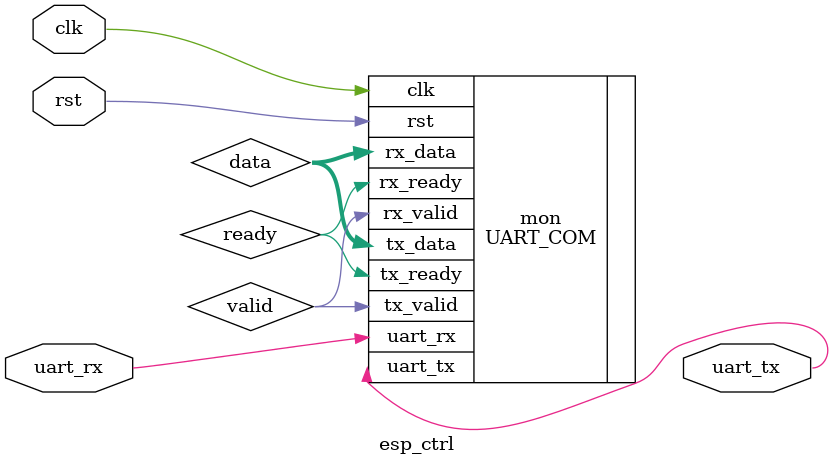
<source format=v>
module esp_ctrl(
    input clk,
    input rst,
    input uart_rx,
    output uart_tx
);

    wire [7:0] data;
    wire valid;
    wire ready;
    
    UART_COM mon(
        .clk(clk),
        .rst(rst),
        .uart_rx(uart_rx),
        .uart_tx(uart_tx),

        .tx_data(data),
        .tx_valid(valid),
        .tx_ready(ready),

        .rx_data(data),
        .rx_valid(valid),
        .rx_ready(ready)
    );

endmodule
</source>
